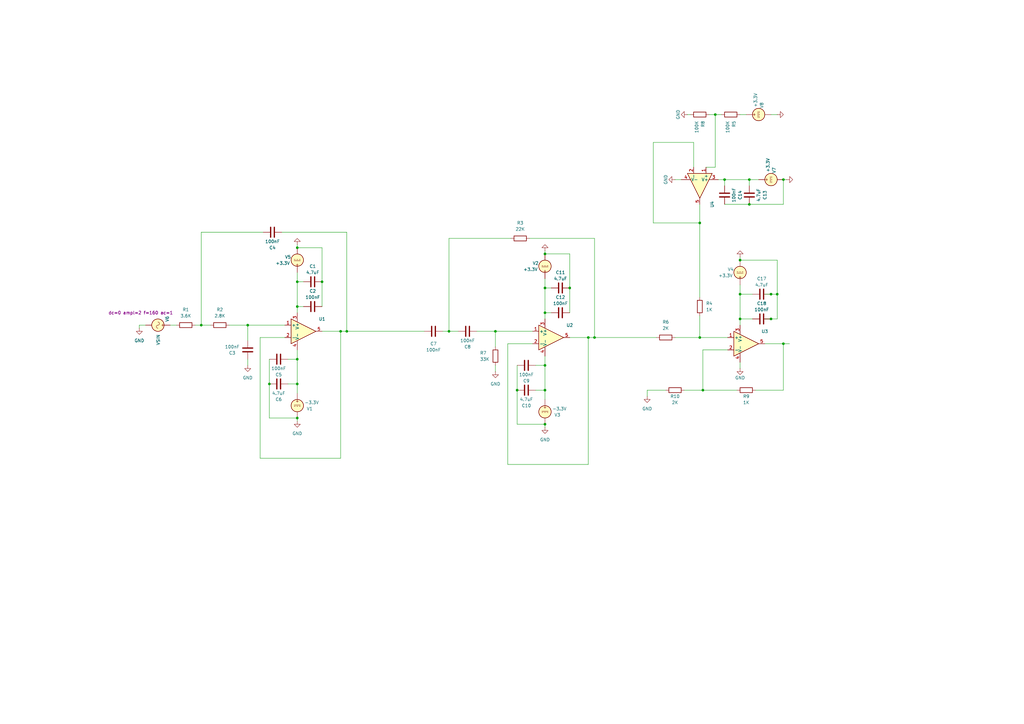
<source format=kicad_sch>
(kicad_sch (version 20250114) (generator "eeschema") (generator_version "9.0")
  (paper "A3")
  (lib_symbols
    (symbol "Device:C" (pin_numbers (hide yes)) (pin_names (offset 0.254))
      (property "Reference" "C" (at 0.635 2.54 0))
      (property "Value" "C" (at 0.635 -2.54 0))
      (symbol "C_0_1"
        (polyline (pts (xy -2.032 0.762) (xy 2.032 0.762)) (stroke (width 0.508)))
        (polyline (pts (xy -2.032 -0.762) (xy 2.032 -0.762)) (stroke (width 0.508)))
      )
      (symbol "C_1_1"
        (pin passive line (at 0 3.81 270) (length 2.794) (name "~") (number "1"))
        (pin passive line (at 0 -3.81 90) (length 2.794) (name "~") (number "2"))
      )
    )
    (symbol "Device:R" (pin_numbers (hide yes)) (pin_names (offset 0))
      (property "Reference" "R" (at 2.032 0 90))
      (property "Value" "R" (at 0 0 90))
      (symbol "R_0_1"
        (rectangle (start -1.016 -2.54) (end 1.016 2.54) (stroke (width 0.254)))
      )
      (symbol "R_1_1"
        (pin passive line (at 0 3.81 270) (length 1.27) (name "~") (number "1"))
        (pin passive line (at 0 -3.81 90) (length 1.27) (name "~") (number "2"))
      )
    )
    (symbol "Simulation_SPICE:OPAMP" (pin_names (offset 0.254))
      (property "Reference" "U" (at 3.81 3.175 0))
      (property "Value" "${SIM.PARAMS}" (at 3.81 -3.175 0))
      (symbol "OPAMP_0_1"
        (polyline (pts (xy 5.08 0) (xy -5.08 5.08) (xy -5.08 -5.08) (xy 5.08 0)) (stroke (width 0.254)) (fill (type background)))
      )
      (symbol "OPAMP_1_1"
        (pin input line (at -7.62 2.54 0) (length 2.54) (name "+") (number "1"))
        (pin input line (at -7.62 -2.54 0) (length 2.54) (name "-") (number "2"))
        (pin power_in line (at -2.54 7.62 270) (length 3.81) (name "V+") (number "3"))
        (pin power_in line (at -2.54 -7.62 90) (length 3.81) (name "V-") (number "4"))
        (pin output line (at 7.62 0 180) (length 2.54) (name "~") (number "5"))
      )
    )
    (symbol "Simulation_SPICE:VDC" (pin_numbers (hide yes)) (pin_names (offset 0.0254))
      (property "Reference" "V" (at 2.54 2.54 0))
      (property "Value" "1" (at 2.54 0 0))
      (symbol "VDC_0_0"
        (polyline (pts (xy -1.27 0.254) (xy 1.27 0.254)))
        (polyline (pts (xy -0.762 -0.254) (xy -1.27 -0.254)))
        (polyline (pts (xy 0.254 -0.254) (xy -0.254 -0.254)))
        (polyline (pts (xy 1.27 -0.254) (xy 0.762 -0.254)))
        (text "+" (at 0 1.905 0) (effects (font (size 1.27 1.27))))
      )
      (symbol "VDC_0_1"
        (circle (center 0 0) (radius 2.54) (stroke (width 0.254)) (fill (type background)))
      )
      (symbol "VDC_1_1"
        (pin passive line (at 0 5.08 270) (length 2.54) (name "~") (number "1"))
        (pin passive line (at 0 -5.08 90) (length 2.54) (name "~") (number "2"))
      )
    )
    (symbol "Simulation_SPICE:VSIN" (pin_numbers (hide yes)) (pin_names (offset 0.0254))
      (property "Reference" "V" (at 2.54 2.54 0))
      (property "Value" "VSIN" (at 2.54 0 0))
      (property "Sim.Params" "dc=0 ampl=1 f=1k ac=1" (at 2.54 -2.54 0))
      (symbol "VSIN_0_0"
        (arc (start -1.27 0) (mid -0.635 0.6323) (end 0 0))
        (arc (start 1.27 0) (mid 0.635 -0.6323) (end 0 0))
        (text "+" (at 0 1.905 0) (effects (font (size 1.27 1.27))))
      )
      (symbol "VSIN_0_1"
        (circle (center 0 0) (radius 2.54) (stroke (width 0.254)) (fill (type background)))
      )
      (symbol "VSIN_1_1"
        (pin passive line (at 0 5.08 270) (length 2.54) (name "~") (number "1"))
        (pin passive line (at 0 -5.08 90) (length 2.54) (name "~") (number "2"))
      )
    )
    (symbol "power:GND" (power) (pin_numbers (hide yes)) (pin_names (offset 0) (hide yes))
      (property "Value" "GND" (at 0 -3.81 0))
      (symbol "GND_0_1"
        (polyline (pts (xy 0 0) (xy 0 -1.27) (xy 1.27 -1.27) (xy 0 -2.54) (xy -1.27 -1.27) (xy 0 -1.27)))
      )
      (symbol "GND_1_1"
        (pin power_in line (at 0 0 270) (length 0) (name "~") (number "1"))
      )
    )
  )
  (junction (at 139.7 135.89))
  (junction (at 303.53 120.65))
  (junction (at 212.09 160.02))
  (junction (at 142.24 135.89))
  (junction (at 223.52 118.11))
  (junction (at 241.3 138.43))
  (junction (at 307.34 83.82))
  (junction (at 287.02 138.43))
  (junction (at 110.49 157.48))
  (junction (at 243.84 138.43))
  (junction (at 203.2 135.89))
  (junction (at 233.68 118.11))
  (junction (at 121.92 147.32))
  (junction (at 82.55 133.35))
  (junction (at 121.92 157.48))
  (junction (at 303.53 130.81))
  (junction (at 316.23 130.81))
  (junction (at 121.92 115.57))
  (junction (at 223.52 149.86))
  (junction (at 121.92 171.45))
  (junction (at 288.29 160.02))
  (junction (at 318.77 120.65))
  (junction (at 293.37 46.99))
  (junction (at 101.6 133.35))
  (junction (at 321.31 140.97))
  (junction (at 223.52 128.27))
  (junction (at 303.53 106.68))
  (junction (at 223.52 173.99))
  (junction (at 287.02 91.44))
  (junction (at 297.18 73.66))
  (junction (at 184.15 135.89))
  (junction (at 223.52 104.14))
  (junction (at 223.52 160.02))
  (junction (at 316.23 120.65))
  (junction (at 121.92 101.6))
  (junction (at 121.92 125.73))
  (junction (at 321.31 73.66))
  (junction (at 132.08 115.57))
  (junction (at 307.34 73.66))
  (wire (pts (xy 295.91 46.99) (xy 293.37 46.99)))
  (wire (pts (xy 318.77 46.99) (xy 316.23 46.99)))
  (wire (pts (xy 280.67 160.02) (xy 288.29 160.02)))
  (wire (pts (xy 287.02 138.43) (xy 298.45 138.43)))
  (wire (pts (xy 209.55 97.79) (xy 184.15 97.79)))
  (wire (pts (xy 124.46 125.73) (xy 121.92 125.73)))
  (wire (pts (xy 289.56 68.58) (xy 293.37 68.58)))
  (wire (pts (xy 322.58 73.66) (xy 321.31 73.66)))
  (wire (pts (xy 297.18 76.2) (xy 297.18 73.66)))
  (wire (pts (xy 107.95 95.25) (xy 82.55 95.25)))
  (wire (pts (xy 203.2 149.86) (xy 203.2 152.4)))
  (wire (pts (xy 243.84 97.79) (xy 217.17 97.79)))
  (wire (pts (xy 226.06 128.27) (xy 223.52 128.27)))
  (wire (pts (xy 298.45 143.51) (xy 288.29 143.51)))
  (wire (pts (xy 223.52 128.27) (xy 223.52 130.81)))
  (wire (pts (xy 203.2 135.89) (xy 218.44 135.89)))
  (wire (pts (xy 276.86 138.43) (xy 287.02 138.43)))
  (wire (pts (xy 110.49 157.48) (xy 110.49 171.45)))
  (wire (pts (xy 195.58 135.89) (xy 203.2 135.89)))
  (wire (pts (xy 57.15 133.35) (xy 57.15 134.62)))
  (wire (pts (xy 303.53 105.41) (xy 303.53 106.68)))
  (wire (pts (xy 121.92 171.45) (xy 121.92 172.72)))
  (wire (pts (xy 101.6 133.35) (xy 101.6 139.7)))
  (wire (pts (xy 59.69 133.35) (xy 57.15 133.35)))
  (wire (pts (xy 226.06 118.11) (xy 223.52 118.11)))
  (wire (pts (xy 318.77 120.65) (xy 316.23 120.65)))
  (wire (pts (xy 287.02 129.54) (xy 287.02 138.43)))
  (wire (pts (xy 106.68 138.43) (xy 106.68 187.96)))
  (wire (pts (xy 287.02 91.44) (xy 287.02 121.92)))
  (wire (pts (xy 321.31 140.97) (xy 323.85 140.97)))
  (wire (pts (xy 284.48 58.42) (xy 267.97 58.42)))
  (wire (pts (xy 318.77 120.65) (xy 318.77 130.81)))
  (wire (pts (xy 142.24 95.25) (xy 115.57 95.25)))
  (wire (pts (xy 121.92 100.33) (xy 121.92 101.6)))
  (wire (pts (xy 321.31 160.02) (xy 321.31 140.97)))
  (wire (pts (xy 223.52 118.11) (xy 223.52 128.27)))
  (wire (pts (xy 139.7 135.89) (xy 139.7 187.96)))
  (wire (pts (xy 283.21 46.99) (xy 281.94 46.99)))
  (wire (pts (xy 184.15 135.89) (xy 187.96 135.89)))
  (wire (pts (xy 82.55 95.25) (xy 82.55 133.35)))
  (wire (pts (xy 203.2 135.89) (xy 203.2 142.24)))
  (wire (pts (xy 212.09 160.02) (xy 212.09 173.99)))
  (wire (pts (xy 93.98 133.35) (xy 101.6 133.35)))
  (wire (pts (xy 307.34 76.2) (xy 307.34 73.66)))
  (wire (pts (xy 184.15 97.79) (xy 184.15 135.89)))
  (wire (pts (xy 288.29 160.02) (xy 302.26 160.02)))
  (wire (pts (xy 142.24 135.89) (xy 142.24 95.25)))
  (wire (pts (xy 121.92 115.57) (xy 121.92 125.73)))
  (wire (pts (xy 318.77 130.81) (xy 316.23 130.81)))
  (wire (pts (xy 212.09 173.99) (xy 223.52 173.99)))
  (wire (pts (xy 293.37 46.99) (xy 290.83 46.99)))
  (wire (pts (xy 313.69 120.65) (xy 316.23 120.65)))
  (wire (pts (xy 265.43 160.02) (xy 265.43 162.56)))
  (wire (pts (xy 243.84 97.79) (xy 243.84 138.43)))
  (wire (pts (xy 208.28 140.97) (xy 208.28 190.5)))
  (wire (pts (xy 288.29 143.51) (xy 288.29 160.02)))
  (wire (pts (xy 132.08 115.57) (xy 132.08 125.73)))
  (wire (pts (xy 121.92 125.73) (xy 121.92 128.27)))
  (wire (pts (xy 132.08 135.89) (xy 139.7 135.89)))
  (wire (pts (xy 279.4 73.66) (xy 276.86 73.66)))
  (wire (pts (xy 233.68 104.14) (xy 233.68 118.11)))
  (wire (pts (xy 318.77 106.68) (xy 318.77 120.65)))
  (wire (pts (xy 309.88 160.02) (xy 321.31 160.02)))
  (wire (pts (xy 321.31 83.82) (xy 307.34 83.82)))
  (wire (pts (xy 311.15 73.66) (xy 307.34 73.66)))
  (wire (pts (xy 223.52 173.99) (xy 223.52 175.26)))
  (wire (pts (xy 212.09 149.86) (xy 212.09 160.02)))
  (wire (pts (xy 124.46 115.57) (xy 121.92 115.57)))
  (wire (pts (xy 233.68 138.43) (xy 241.3 138.43)))
  (wire (pts (xy 303.53 130.81) (xy 303.53 133.35)))
  (wire (pts (xy 106.68 187.96) (xy 139.7 187.96)))
  (wire (pts (xy 82.55 133.35) (xy 86.36 133.35)))
  (wire (pts (xy 121.92 111.76) (xy 121.92 115.57)))
  (wire (pts (xy 110.49 147.32) (xy 110.49 157.48)))
  (wire (pts (xy 208.28 190.5) (xy 241.3 190.5)))
  (wire (pts (xy 142.24 135.89) (xy 173.99 135.89)))
  (wire (pts (xy 241.3 138.43) (xy 241.3 190.5)))
  (wire (pts (xy 132.08 101.6) (xy 132.08 115.57)))
  (wire (pts (xy 284.48 68.58) (xy 284.48 58.42)))
  (wire (pts (xy 313.69 130.81) (xy 316.23 130.81)))
  (wire (pts (xy 306.07 46.99) (xy 303.53 46.99)))
  (wire (pts (xy 321.31 83.82) (xy 321.31 73.66)))
  (wire (pts (xy 241.3 138.43) (xy 243.84 138.43)))
  (wire (pts (xy 233.68 118.11) (xy 233.68 128.27)))
  (wire (pts (xy 101.6 147.32) (xy 101.6 149.86)))
  (wire (pts (xy 313.69 140.97) (xy 321.31 140.97)))
  (wire (pts (xy 303.53 120.65) (xy 303.53 130.81)))
  (wire (pts (xy 308.61 130.81) (xy 303.53 130.81)))
  (wire (pts (xy 223.52 163.83) (xy 223.52 160.02)))
  (wire (pts (xy 303.53 116.84) (xy 303.53 120.65)))
  (wire (pts (xy 69.85 133.35) (xy 72.39 133.35)))
  (wire (pts (xy 297.18 73.66) (xy 294.64 73.66)))
  (wire (pts (xy 219.71 160.02) (xy 223.52 160.02)))
  (wire (pts (xy 118.11 157.48) (xy 121.92 157.48)))
  (wire (pts (xy 303.53 106.68) (xy 318.77 106.68)))
  (wire (pts (xy 80.01 133.35) (xy 82.55 133.35)))
  (wire (pts (xy 223.52 146.05) (xy 223.52 149.86)))
  (wire (pts (xy 223.52 160.02) (xy 223.52 149.86)))
  (wire (pts (xy 293.37 68.58) (xy 293.37 46.99)))
  (wire (pts (xy 233.68 104.14) (xy 223.52 104.14)))
  (wire (pts (xy 273.05 160.02) (xy 265.43 160.02)))
  (wire (pts (xy 267.97 91.44) (xy 287.02 91.44)))
  (wire (pts (xy 267.97 58.42) (xy 267.97 91.44)))
  (wire (pts (xy 121.92 157.48) (xy 121.92 147.32)))
  (wire (pts (xy 307.34 73.66) (xy 297.18 73.66)))
  (wire (pts (xy 223.52 114.3) (xy 223.52 118.11)))
  (wire (pts (xy 308.61 120.65) (xy 303.53 120.65)))
  (wire (pts (xy 132.08 101.6) (xy 121.92 101.6)))
  (wire (pts (xy 219.71 149.86) (xy 223.52 149.86)))
  (wire (pts (xy 181.61 135.89) (xy 184.15 135.89)))
  (wire (pts (xy 101.6 133.35) (xy 116.84 133.35)))
  (wire (pts (xy 307.34 83.82) (xy 297.18 83.82)))
  (wire (pts (xy 116.84 138.43) (xy 106.68 138.43)))
  (wire (pts (xy 303.53 148.59) (xy 303.53 151.13)))
  (wire (pts (xy 139.7 135.89) (xy 142.24 135.89)))
  (wire (pts (xy 110.49 171.45) (xy 121.92 171.45)))
  (wire (pts (xy 218.44 140.97) (xy 208.28 140.97)))
  (wire (pts (xy 121.92 143.51) (xy 121.92 147.32)))
  (wire (pts (xy 121.92 161.29) (xy 121.92 157.48)))
  (wire (pts (xy 287.02 83.82) (xy 287.02 91.44)))
  (wire (pts (xy 118.11 147.32) (xy 121.92 147.32)))
  (wire (pts (xy 223.52 102.87) (xy 223.52 104.14)))
  (wire (pts (xy 243.84 138.43) (xy 269.24 138.43)))
  (symbol (lib_id "power:GND") (at 303.53 151.13 0) (unit 1)
    (property "Reference" "#PWR010" (effects (hide yes)))
    (property "Value" "GND" (at 303.53 154.94 0))
    (property "Description" "Power symbol creates a global label with name \"GND\" , ground" (effects (hide yes)))
  )
  (symbol (lib_id "Device:C") (at 229.87 128.27 90) (unit 1)
    (property "Reference" "C12" (at 229.87 121.92 90))
    (property "Value" "100nF" (at 229.87 124.46 90))
    (property "Description" "Unpolarized capacitor" (effects (hide yes)))
  )
  (symbol (lib_id "power:GND") (at 223.52 175.26 0) (unit 1)
    (property "Reference" "#PWR06" (effects (hide yes)))
    (property "Value" "GND" (at 223.52 180.34 0))
    (property "Description" "Power symbol creates a global label with name \"GND\" , ground" (effects (hide yes)))
  )
  (symbol (lib_id "Simulation_SPICE:VDC") (at 303.53 111.76 180) (unit 1)
    (property "Reference" "V4" (at 298.45 110.49 0) (effects (justify right)))
    (property "Value" "+3.3V" (at 294.64 113.03 0) (effects (justify right)))
    (property "Datasheet" "https://ngspice.sourceforge.io/docs/ngspice-html-manual/manual.xhtml#sec_Independent_Sources_for" (effects (hide yes)))
    (property "Description" "Voltage source, DC" (effects (hide yes)))
    (property "Sim.Pins" "1=+ 2=-" (effects (hide yes)))
    (property "Sim.Type" "DC" (effects (hide yes)))
    (property "Sim.Device" "V" (effects (hide yes)))
  )
  (symbol (lib_id "Device:C") (at 101.6 143.51 180) (unit 1)
    (property "Reference" "C3" (at 95.25 144.78 0))
    (property "Value" "100nF" (at 95.25 142.24 0))
    (property "Description" "Unpolarized capacitor" (effects (hide yes)))
  )
  (symbol (lib_id "power:GND") (at 121.92 172.72 0) (unit 1)
    (property "Reference" "#PWR08" (effects (hide yes)))
    (property "Value" "GND" (at 121.92 177.8 0))
    (property "Description" "Power symbol creates a global label with name \"GND\" , ground" (effects (hide yes)))
  )
  (symbol (lib_id "power:GND") (at 57.15 134.62 0) (unit 1)
    (property "Reference" "#PWR03" (effects (hide yes)))
    (property "Value" "GND" (at 57.15 139.7 0))
    (property "Description" "Power symbol creates a global label with name \"GND\" , ground" (effects (hide yes)))
  )
  (symbol (lib_id "Simulation_SPICE:VDC") (at 316.23 73.66 90) (unit 1)
    (property "Reference" "V7" (at 317.5 68.58 0) (effects (justify right)))
    (property "Value" "+3.3V" (at 314.96 64.77 0) (effects (justify right)))
    (property "Datasheet" "https://ngspice.sourceforge.io/docs/ngspice-html-manual/manual.xhtml#sec_Independent_Sources_for" (effects (hide yes)))
    (property "Description" "Voltage source, DC" (effects (hide yes)))
    (property "Sim.Pins" "1=+ 2=-" (effects (hide yes)))
    (property "Sim.Type" "DC" (effects (hide yes)))
    (property "Sim.Device" "V" (effects (hide yes)))
  )
  (symbol (lib_id "Simulation_SPICE:VDC") (at 121.92 106.68 180) (unit 1)
    (property "Reference" "V5" (at 116.84 105.41 0) (effects (justify right)))
    (property "Value" "+3.3V" (at 113.03 107.95 0) (effects (justify right)))
    (property "Datasheet" "https://ngspice.sourceforge.io/docs/ngspice-html-manual/manual.xhtml#sec_Independent_Sources_for" (effects (hide yes)))
    (property "Description" "Voltage source, DC" (effects (hide yes)))
    (property "Sim.Pins" "1=+ 2=-" (effects (hide yes)))
    (property "Sim.Type" "DC" (effects (hide yes)))
    (property "Sim.Device" "V" (effects (hide yes)))
  )
  (symbol (lib_id "Device:R") (at 306.07 160.02 90) (unit 1)
    (property "Reference" "R9" (at 306.07 162.56 90))
    (property "Value" "1K" (at 306.07 165.1 90))
    (property "Description" "Resistor" (effects (hide yes)))
  )
  (symbol (lib_id "power:GND") (at 318.77 46.99 90) (unit 1)
    (property "Reference" "#PWR013" (effects (hide yes)))
    (property "Value" "GND" (effects (hide yes)))
    (property "Description" "Power symbol creates a global label with name \"GND\" , ground" (effects (hide yes)))
  )
  (symbol (lib_id "Device:R") (at 213.36 97.79 90) (unit 1)
    (property "Reference" "R3" (at 213.36 91.44 90))
    (property "Value" "22K" (at 213.36 93.98 90))
    (property "Description" "Resistor" (effects (hide yes)))
  )
  (symbol (lib_id "power:GND") (at 322.58 73.66 90) (unit 1)
    (property "Reference" "#PWR07" (effects (hide yes)))
    (property "Value" "GND" (effects (hide yes)))
    (property "Description" "Power symbol creates a global label with name \"GND\" , ground" (effects (hide yes)))
  )
  (symbol (lib_id "Device:C") (at 215.9 160.02 270) (unit 1)
    (property "Reference" "C10" (at 215.9 166.37 90))
    (property "Value" "4.7uF" (at 215.9 163.83 90))
    (property "Description" "Unpolarized capacitor" (effects (hide yes)))
  )
  (symbol (lib_id "Device:R") (at 276.86 160.02 90) (unit 1)
    (property "Reference" "R10" (at 276.86 162.56 90))
    (property "Value" "2K" (at 276.86 165.1 90))
    (property "Description" "Resistor" (effects (hide yes)))
  )
  (symbol (lib_id "Device:C") (at 312.42 130.81 90) (unit 1)
    (property "Reference" "C18" (at 312.42 124.46 90))
    (property "Value" "100nF" (at 312.42 127 90))
    (property "Description" "Unpolarized capacitor" (effects (hide yes)))
  )
  (symbol (lib_id "Device:C") (at 307.34 80.01 0) (unit 1)
    (property "Reference" "C13" (at 313.69 80.01 90))
    (property "Value" "4.7uF" (at 311.15 80.01 90))
    (property "Description" "Unpolarized capacitor" (effects (hide yes)))
  )
  (symbol (lib_id "power:GND") (at 121.92 100.33 180) (unit 1)
    (property "Reference" "#PWR02" (effects (hide yes)))
    (property "Value" "GND" (effects (hide yes)))
    (property "Description" "Power symbol creates a global label with name \"GND\" , ground" (effects (hide yes)))
  )
  (symbol (lib_id "Device:C") (at 128.27 125.73 90) (unit 1)
    (property "Reference" "C2" (at 128.27 119.38 90))
    (property "Value" "100nF" (at 128.27 121.92 90))
    (property "Description" "Unpolarized capacitor" (effects (hide yes)))
  )
  (symbol (lib_id "Device:C") (at 297.18 80.01 0) (unit 1)
    (property "Reference" "C14" (at 303.53 80.01 90))
    (property "Value" "100nF" (at 300.99 80.01 90))
    (property "Description" "Unpolarized capacitor" (effects (hide yes)))
  )
  (symbol (lib_id "Device:R") (at 76.2 133.35 90) (unit 1)
    (property "Reference" "R1" (at 76.2 127 90))
    (property "Value" "3.6K" (at 76.2 129.54 90))
    (property "Description" "Resistor" (effects (hide yes)))
  )
  (symbol (lib_id "power:GND") (at 281.94 46.99 270) (unit 1)
    (property "Reference" "#PWR012" (effects (hide yes)))
    (property "Value" "GND" (at 278.13 46.99 0))
    (property "Description" "Power symbol creates a global label with name \"GND\" , ground" (effects (hide yes)))
  )
  (symbol (lib_id "Simulation_SPICE:VDC") (at 121.92 166.37 0) (unit 1)
    (property "Reference" "V1" (at 128.27 167.64 0) (effects (justify right)))
    (property "Value" "-3.3V" (at 130.81 165.1 0) (effects (justify right)))
    (property "Datasheet" "https://ngspice.sourceforge.io/docs/ngspice-html-manual/manual.xhtml#sec_Independent_Sources_for" (effects (hide yes)))
    (property "Description" "Voltage source, DC" (effects (hide yes)))
    (property "Sim.Pins" "1=+ 2=-" (effects (hide yes)))
    (property "Sim.Type" "DC" (effects (hide yes)))
    (property "Sim.Device" "V" (effects (hide yes)))
  )
  (symbol (lib_id "power:GND") (at 303.53 105.41 180) (unit 1)
    (property "Reference" "#PWR09" (effects (hide yes)))
    (property "Value" "GND" (effects (hide yes)))
    (property "Description" "Power symbol creates a global label with name \"GND\" , ground" (effects (hide yes)))
  )
  (symbol (lib_id "Device:C") (at 114.3 147.32 270) (unit 1)
    (property "Reference" "C5" (at 114.3 153.67 90))
    (property "Value" "100nF" (at 114.3 151.13 90))
    (property "Description" "Unpolarized capacitor" (effects (hide yes)))
  )
  (symbol (lib_id "Simulation_SPICE:OPAMP") (at 306.07 140.97 0) (unit 1)
    (property "Reference" "U3" (at 313.69 135.9214 0))
    (property "Value" "${SIM.PARAMS}" (at 313.69 137.8265 0))
    (property "Datasheet" "https://ngspice.sourceforge.io/docs/ngspice-html-manual/manual.xhtml#sec__SUBCKT_Subcircuits" (effects (hide yes)))
    (property "Description" "Operational amplifier, single, node sequence=1:+ 2:- 3:OUT 4:V+ 5:V-" (effects (hide yes)))
    (property "Sim.Pins" "1=in+ 2=in- 3=vcc 4=vee 5=out" (effects (hide yes)))
    (property "Sim.Device" "SUBCKT" (effects (hide yes)))
    (property "Sim.Library" "${KICAD8_SYMBOL_DIR}/Simulation_SPICE.sp" (effects (hide yes)))
    (property "Sim.Name" "kicad_builtin_opamp" (effects (hide yes)))
  )
  (symbol (lib_id "Device:C") (at 128.27 115.57 90) (unit 1)
    (property "Reference" "C1" (at 128.27 109.22 90))
    (property "Value" "4.7uF" (at 128.27 111.76 90))
    (property "Description" "Unpolarized capacitor" (effects (hide yes)))
  )
  (symbol (lib_id "Simulation_SPICE:VDC") (at 311.15 46.99 90) (unit 1)
    (property "Reference" "V8" (at 312.42 41.91 0) (effects (justify right)))
    (property "Value" "+3.3V" (at 309.88 38.1 0) (effects (justify right)))
    (property "Datasheet" "https://ngspice.sourceforge.io/docs/ngspice-html-manual/manual.xhtml#sec_Independent_Sources_for" (effects (hide yes)))
    (property "Description" "Voltage source, DC" (effects (hide yes)))
    (property "Sim.Pins" "1=+ 2=-" (effects (hide yes)))
    (property "Sim.Type" "DC" (effects (hide yes)))
    (property "Sim.Device" "V" (effects (hide yes)))
  )
  (symbol (lib_id "Simulation_SPICE:VDC") (at 223.52 168.91 0) (unit 1)
    (property "Reference" "V3" (at 229.87 170.18 0) (effects (justify right)))
    (property "Value" "-3.3V" (at 232.41 167.64 0) (effects (justify right)))
    (property "Datasheet" "https://ngspice.sourceforge.io/docs/ngspice-html-manual/manual.xhtml#sec_Independent_Sources_for" (effects (hide yes)))
    (property "Description" "Voltage source, DC" (effects (hide yes)))
    (property "Sim.Pins" "1=+ 2=-" (effects (hide yes)))
    (property "Sim.Type" "DC" (effects (hide yes)))
    (property "Sim.Device" "V" (effects (hide yes)))
  )
  (symbol (lib_id "Device:C") (at 312.42 120.65 90) (unit 1)
    (property "Reference" "C17" (at 312.42 114.3 90))
    (property "Value" "4.7uF" (at 312.42 116.84 90))
    (property "Description" "Unpolarized capacitor" (effects (hide yes)))
  )
  (symbol (lib_id "power:GND") (at 265.43 162.56 0) (unit 1)
    (property "Reference" "#PWR014" (effects (hide yes)))
    (property "Value" "GND" (at 265.43 167.64 0))
    (property "Description" "Power symbol creates a global label with name \"GND\" , ground" (effects (hide yes)))
  )
  (symbol (lib_id "Simulation_SPICE:OPAMP") (at 226.06 138.43 0) (unit 1)
    (property "Reference" "U2" (at 233.68 133.3814 0))
    (property "Value" "${SIM.PARAMS}" (at 233.68 135.2865 0))
    (property "Datasheet" "https://ngspice.sourceforge.io/docs/ngspice-html-manual/manual.xhtml#sec__SUBCKT_Subcircuits" (effects (hide yes)))
    (property "Description" "Operational amplifier, single, node sequence=1:+ 2:- 3:OUT 4:V+ 5:V-" (effects (hide yes)))
    (property "Sim.Pins" "1=in+ 2=in- 3=vcc 4=vee 5=out" (effects (hide yes)))
    (property "Sim.Device" "SUBCKT" (effects (hide yes)))
    (property "Sim.Library" "${KICAD8_SYMBOL_DIR}/Simulation_SPICE.sp" (effects (hide yes)))
    (property "Sim.Name" "kicad_builtin_opamp" (effects (hide yes)))
  )
  (symbol (lib_id "Simulation_SPICE:OPAMP") (at 287.02 76.2 270) (unit 1)
    (property "Reference" "U4" (at 292.0686 83.82 0))
    (property "Value" "${SIM.PARAMS}" (at 290.1635 83.82 0))
    (property "Datasheet" "https://ngspice.sourceforge.io/docs/ngspice-html-manual/manual.xhtml#sec__SUBCKT_Subcircuits" (effects (hide yes)))
    (property "Description" "Operational amplifier, single, node sequence=1:+ 2:- 3:OUT 4:V+ 5:V-" (effects (hide yes)))
    (property "Sim.Pins" "1=in+ 2=in- 3=vcc 4=vee 5=out" (effects (hide yes)))
    (property "Sim.Device" "SUBCKT" (effects (hide yes)))
    (property "Sim.Library" "${KICAD8_SYMBOL_DIR}/Simulation_SPICE.sp" (effects (hide yes)))
    (property "Sim.Name" "kicad_builtin_opamp" (effects (hide yes)))
  )
  (symbol (lib_id "Device:C") (at 215.9 149.86 270) (unit 1)
    (property "Reference" "C9" (at 215.9 156.21 90))
    (property "Value" "100nF" (at 215.9 153.67 90))
    (property "Description" "Unpolarized capacitor" (effects (hide yes)))
  )
  (symbol (lib_id "Device:R") (at 273.05 138.43 90) (unit 1)
    (property "Reference" "R6" (at 273.05 132.08 90))
    (property "Value" "2K" (at 273.05 134.62 90))
    (property "Description" "Resistor" (effects (hide yes)))
  )
  (symbol (lib_id "power:GND") (at 203.2 152.4 0) (unit 1)
    (property "Reference" "#PWR04" (effects (hide yes)))
    (property "Value" "GND" (at 203.2 157.48 0))
    (property "Description" "Power symbol creates a global label with name \"GND\" , ground" (effects (hide yes)))
  )
  (symbol (lib_id "Simulation_SPICE:OPAMP") (at 124.46 135.89 0) (unit 1)
    (property "Reference" "U1" (at 132.08 130.8414 0))
    (property "Value" "${SIM.PARAMS}" (at 132.08 132.7465 0))
    (property "Datasheet" "https://ngspice.sourceforge.io/docs/ngspice-html-manual/manual.xhtml#sec__SUBCKT_Subcircuits" (effects (hide yes)))
    (property "Description" "Operational amplifier, single, node sequence=1:+ 2:- 3:OUT 4:V+ 5:V-" (effects (hide yes)))
    (property "Sim.Pins" "1=in+ 2=in- 3=vcc 4=vee 5=out" (effects (hide yes)))
    (property "Sim.Device" "SUBCKT" (effects (hide yes)))
    (property "Sim.Library" "${KICAD8_SYMBOL_DIR}/Simulation_SPICE.sp" (effects (hide yes)))
    (property "Sim.Name" "kicad_builtin_opamp" (effects (hide yes)))
  )
  (symbol (lib_id "Device:R") (at 203.2 146.05 180) (unit 1)
    (property "Reference" "R7" (at 196.85 144.78 0) (effects (justify right)))
    (property "Value" "33K" (at 196.85 147.32 0) (effects (justify right)))
    (property "Description" "Resistor" (effects (hide yes)))
  )
  (symbol (lib_id "Device:R") (at 287.02 46.99 90) (unit 1)
    (property "Reference" "R8" (at 288.2901 49.53 0) (effects (justify right)))
    (property "Value" "100K" (at 285.7501 49.53 0) (effects (justify right)))
    (property "Description" "Resistor" (effects (hide yes)))
  )
  (symbol (lib_id "power:GND") (at 223.52 102.87 180) (unit 1)
    (property "Reference" "#PWR05" (effects (hide yes)))
    (property "Value" "GND" (effects (hide yes)))
    (property "Description" "Power symbol creates a global label with name \"GND\" , ground" (effects (hide yes)))
  )
  (symbol (lib_id "Simulation_SPICE:VDC") (at 223.52 109.22 180) (unit 1)
    (property "Reference" "V2" (at 218.44 107.95 0) (effects (justify right)))
    (property "Value" "+3.3V" (at 214.63 110.49 0) (effects (justify right)))
    (property "Datasheet" "https://ngspice.sourceforge.io/docs/ngspice-html-manual/manual.xhtml#sec_Independent_Sources_for" (effects (hide yes)))
    (property "Description" "Voltage source, DC" (effects (hide yes)))
    (property "Sim.Pins" "1=+ 2=-" (effects (hide yes)))
    (property "Sim.Type" "DC" (effects (hide yes)))
    (property "Sim.Device" "V" (effects (hide yes)))
  )
  (symbol (lib_id "Device:C") (at 191.77 135.89 270) (unit 1)
    (property "Reference" "C8" (at 191.77 142.24 90))
    (property "Value" "100nF" (at 191.77 139.7 90))
    (property "Description" "Unpolarized capacitor" (effects (hide yes)))
  )
  (symbol (lib_id "Device:R") (at 299.72 46.99 90) (unit 1)
    (property "Reference" "R5" (at 300.9901 49.53 0) (effects (justify right)))
    (property "Value" "100K" (at 298.4501 49.53 0) (effects (justify right)))
    (property "Description" "Resistor" (effects (hide yes)))
  )
  (symbol (lib_id "Device:C") (at 229.87 118.11 90) (unit 1)
    (property "Reference" "C11" (at 229.87 111.76 90))
    (property "Value" "4.7uF" (at 229.87 114.3 90))
    (property "Description" "Unpolarized capacitor" (effects (hide yes)))
  )
  (symbol (lib_id "Device:C") (at 114.3 157.48 270) (unit 1)
    (property "Reference" "C6" (at 114.3 163.83 90))
    (property "Value" "4.7uF" (at 114.3 161.29 90))
    (property "Description" "Unpolarized capacitor" (effects (hide yes)))
  )
  (symbol (lib_id "power:GND") (at 101.6 149.86 0) (unit 1)
    (property "Reference" "#PWR01" (effects (hide yes)))
    (property "Value" "GND" (at 101.6 154.94 0))
    (property "Description" "Power symbol creates a global label with name \"GND\" , ground" (effects (hide yes)))
  )
  (symbol (lib_id "Device:R") (at 90.17 133.35 90) (unit 1)
    (property "Reference" "R2" (at 90.17 127 90))
    (property "Value" "2.8K" (at 90.17 129.54 90))
    (property "Description" "Resistor" (effects (hide yes)))
  )
  (symbol (lib_id "Device:C") (at 177.8 135.89 270) (unit 1)
    (property "Reference" "C7" (at 177.8 140.97 90))
    (property "Value" "100nF" (at 177.8 143.51 90))
    (property "Description" "Unpolarized capacitor" (effects (hide yes)))
  )
  (symbol (lib_id "power:GND") (at 276.86 73.66 270) (unit 1)
    (property "Reference" "#PWR011" (effects (hide yes)))
    (property "Value" "GND" (at 273.05 73.66 0))
    (property "Description" "Power symbol creates a global label with name \"GND\" , ground" (effects (hide yes)))
  )
  (symbol (lib_id "Device:R") (at 287.02 125.73 180) (unit 1)
    (property "Reference" "R4" (at 289.56 124.4599 0) (effects (justify right)))
    (property "Value" "1K" (at 289.56 126.9999 0) (effects (justify right)))
    (property "Description" "Resistor" (effects (hide yes)))
  )
  (symbol (lib_id "Simulation_SPICE:VSIN") (at 64.77 133.35 270) (unit 1)
    (property "Reference" "V6" (at 68.58 129.54 0) (effects (justify left)))
    (property "Value" "VSIN" (at 64.8999 137.16 0) (effects (justify left)))
    (property "Datasheet" "https://ngspice.sourceforge.io/docs/ngspice-html-manual/manual.xhtml#sec_Independent_Sources_for" (effects (hide yes)))
    (property "Description" "Voltage source, sinusoidal" (effects (hide yes)))
    (property "Sim.Pins" "1=+ 2=-" (effects (hide yes)))
    (property "Sim.Params" "dc=0 ampl=2 f=160 ac=1" (at 44.45 128.27 90) (effects (justify left)))
    (property "Sim.Type" "SIN" (effects (hide yes)))
    (property "Sim.Device" "V" (effects (hide yes)))
  )
  (symbol (lib_id "Device:C") (at 111.76 95.25 270) (unit 1)
    (property "Reference" "C4" (at 111.76 101.6 90))
    (property "Value" "100nF" (at 111.76 99.06 90))
    (property "Description" "Unpolarized capacitor" (effects (hide yes)))
  )
)
</source>
